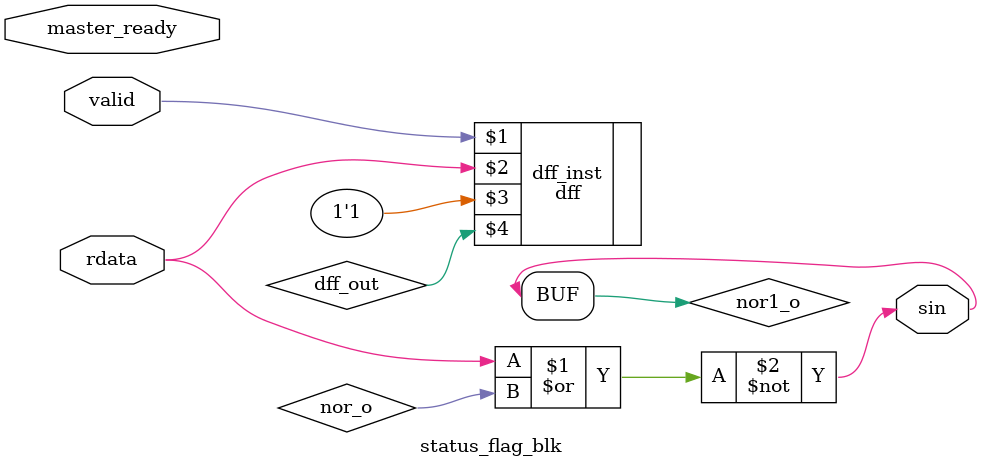
<source format=v>
module status_flag_blk(rdata,master_ready,valid,sin);
input rdata,master_ready,valid;
output sin;

wire dff_out;

dff dff_inst(valid,rdata,1'b1,dff_out);

wire nor1_o,nor2_o;

assign nor1_o= ~(rdata | nor_o);

assign nor2_o= ( nor1_o | ( (~master_ready) & dff_out ) );

assign sin= nor1_o;

endmodule
</source>
